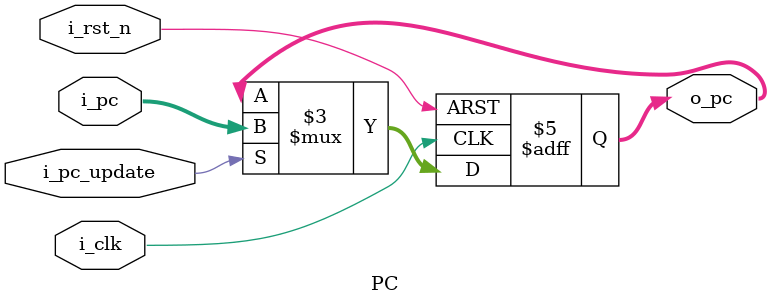
<source format=v>
`timescale 1ns/100ps
module PC(
  input i_clk,
  input i_rst_n,
  input i_pc_update,
  input [31:0] i_pc,
  
  output reg [31:0] o_pc
);
  
  always@(posedge i_clk or negedge i_rst_n)begin
    if(~i_rst_n)begin
	    o_pc <= 32'b0;
    end else if(i_pc_update)begin
      o_pc <= i_pc;
    end
  end

endmodule

</source>
